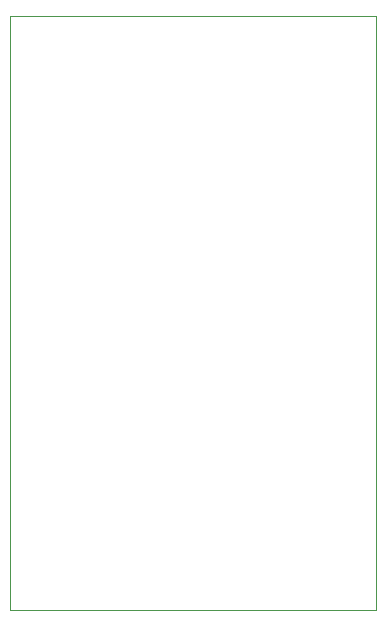
<source format=gm1>
%TF.GenerationSoftware,KiCad,Pcbnew,7.0.1-0*%
%TF.CreationDate,2023-07-16T16:48:42+03:00*%
%TF.ProjectId,HC2000-Modulator,48433230-3030-42d4-9d6f-64756c61746f,rev?*%
%TF.SameCoordinates,Original*%
%TF.FileFunction,Profile,NP*%
%FSLAX46Y46*%
G04 Gerber Fmt 4.6, Leading zero omitted, Abs format (unit mm)*
G04 Created by KiCad (PCBNEW 7.0.1-0) date 2023-07-16 16:48:42*
%MOMM*%
%LPD*%
G01*
G04 APERTURE LIST*
%TA.AperFunction,Profile*%
%ADD10C,0.100000*%
%TD*%
G04 APERTURE END LIST*
D10*
X258470000Y-207212000D02*
X258470000Y-156920000D01*
X258470000Y-156920000D02*
X289458000Y-156920000D01*
X289458000Y-156920000D02*
X289458000Y-207212000D01*
X289458000Y-207212000D02*
X258470000Y-207212000D01*
M02*

</source>
